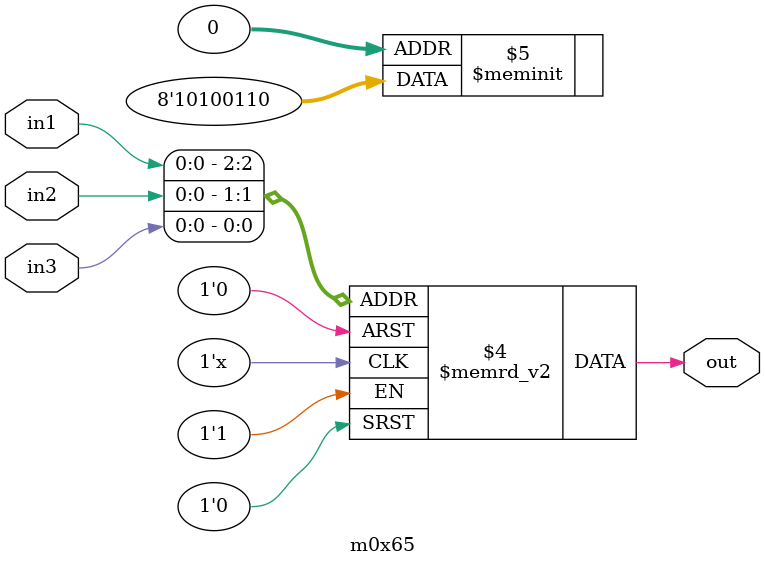
<source format=v>
module m0x65(output out, input in1, in2, in3);

   always @(in1, in2, in3)
     begin
        case({in1, in2, in3})
          3'b000: {out} = 1'b0;
          3'b001: {out} = 1'b1;
          3'b010: {out} = 1'b1;
          3'b011: {out} = 1'b0;
          3'b100: {out} = 1'b0;
          3'b101: {out} = 1'b1;
          3'b110: {out} = 1'b0;
          3'b111: {out} = 1'b1;
        endcase // case ({in1, in2, in3})
     end // always @ (in1, in2, in3)

endmodule // m0x65
</source>
